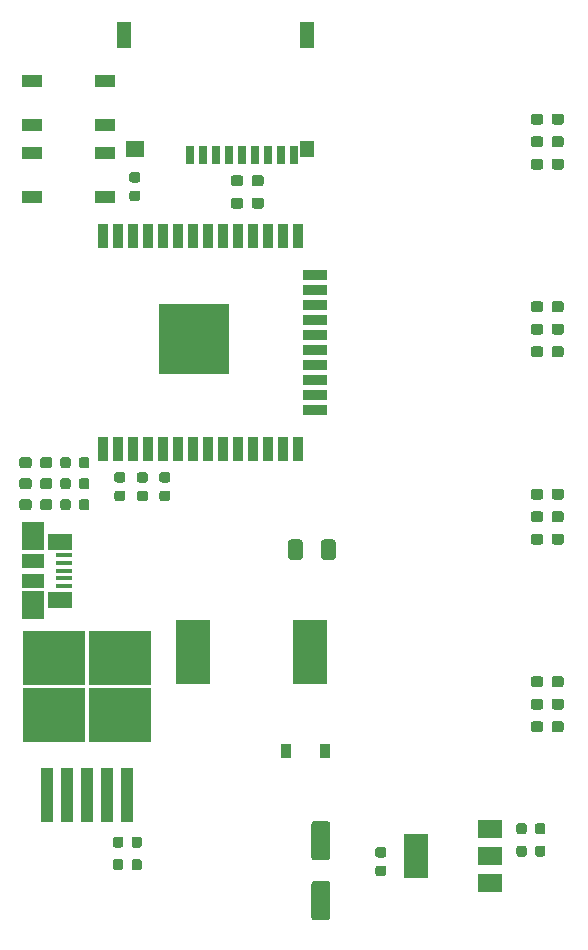
<source format=gbr>
G04 #@! TF.GenerationSoftware,KiCad,Pcbnew,5.1.6*
G04 #@! TF.CreationDate,2020-07-21T22:46:31+02:00*
G04 #@! TF.ProjectId,esp32_stepper_driver,65737033-325f-4737-9465-707065725f64,rev?*
G04 #@! TF.SameCoordinates,Original*
G04 #@! TF.FileFunction,Paste,Top*
G04 #@! TF.FilePolarity,Positive*
%FSLAX46Y46*%
G04 Gerber Fmt 4.6, Leading zero omitted, Abs format (unit mm)*
G04 Created by KiCad (PCBNEW 5.1.6) date 2020-07-21 22:46:31*
%MOMM*%
%LPD*%
G01*
G04 APERTURE LIST*
%ADD10R,0.700000X1.600000*%
%ADD11R,1.200000X1.400000*%
%ADD12R,1.600000X1.400000*%
%ADD13R,1.200000X2.200000*%
%ADD14R,5.250000X4.550000*%
%ADD15R,1.100000X4.600000*%
%ADD16R,2.000000X1.500000*%
%ADD17R,2.000000X3.800000*%
%ADD18R,1.800000X1.100000*%
%ADD19R,6.000000X6.000000*%
%ADD20R,2.000000X0.900000*%
%ADD21R,0.900000X2.000000*%
%ADD22R,2.900000X5.400000*%
%ADD23R,1.900000X1.175000*%
%ADD24R,1.900000X2.375000*%
%ADD25R,2.100000X1.475000*%
%ADD26R,1.380000X0.450000*%
%ADD27R,0.900000X1.200000*%
G04 APERTURE END LIST*
D10*
X152908000Y-84922000D03*
X151808000Y-84922000D03*
X150708000Y-84922000D03*
X154008000Y-84922000D03*
X155108000Y-84922000D03*
X156208000Y-84922000D03*
X158408000Y-84922000D03*
X157308000Y-84922000D03*
X159508000Y-84922000D03*
D11*
X160658000Y-84422000D03*
D12*
X146058000Y-84422000D03*
D13*
X160658000Y-74822000D03*
X145158000Y-74822000D03*
D14*
X144761000Y-132400000D03*
X139211000Y-127550000D03*
X139211000Y-132400000D03*
X144761000Y-127550000D03*
D15*
X145386000Y-139125000D03*
X143686000Y-139125000D03*
X141986000Y-139125000D03*
X140286000Y-139125000D03*
X138586000Y-139125000D03*
D16*
X176124000Y-146572000D03*
X176124000Y-141972000D03*
X176124000Y-144272000D03*
D17*
X169824000Y-144272000D03*
D18*
X143562000Y-88464000D03*
X137362000Y-88464000D03*
X143562000Y-84764000D03*
X137362000Y-84764000D03*
X143562000Y-82368000D03*
X137362000Y-82368000D03*
X143562000Y-78668000D03*
X137362000Y-78668000D03*
G36*
G01*
X181325000Y-85962500D02*
X181325000Y-85487500D01*
G75*
G02*
X181562500Y-85250000I237500J0D01*
G01*
X182137500Y-85250000D01*
G75*
G02*
X182375000Y-85487500I0J-237500D01*
G01*
X182375000Y-85962500D01*
G75*
G02*
X182137500Y-86200000I-237500J0D01*
G01*
X181562500Y-86200000D01*
G75*
G02*
X181325000Y-85962500I0J237500D01*
G01*
G37*
G36*
G01*
X179575000Y-85962500D02*
X179575000Y-85487500D01*
G75*
G02*
X179812500Y-85250000I237500J0D01*
G01*
X180387500Y-85250000D01*
G75*
G02*
X180625000Y-85487500I0J-237500D01*
G01*
X180625000Y-85962500D01*
G75*
G02*
X180387500Y-86200000I-237500J0D01*
G01*
X179812500Y-86200000D01*
G75*
G02*
X179575000Y-85962500I0J237500D01*
G01*
G37*
G36*
G01*
X155925000Y-87359500D02*
X155925000Y-86884500D01*
G75*
G02*
X156162500Y-86647000I237500J0D01*
G01*
X156737500Y-86647000D01*
G75*
G02*
X156975000Y-86884500I0J-237500D01*
G01*
X156975000Y-87359500D01*
G75*
G02*
X156737500Y-87597000I-237500J0D01*
G01*
X156162500Y-87597000D01*
G75*
G02*
X155925000Y-87359500I0J237500D01*
G01*
G37*
G36*
G01*
X154175000Y-87359500D02*
X154175000Y-86884500D01*
G75*
G02*
X154412500Y-86647000I237500J0D01*
G01*
X154987500Y-86647000D01*
G75*
G02*
X155225000Y-86884500I0J-237500D01*
G01*
X155225000Y-87359500D01*
G75*
G02*
X154987500Y-87597000I-237500J0D01*
G01*
X154412500Y-87597000D01*
G75*
G02*
X154175000Y-87359500I0J237500D01*
G01*
G37*
G36*
G01*
X181325000Y-84057500D02*
X181325000Y-83582500D01*
G75*
G02*
X181562500Y-83345000I237500J0D01*
G01*
X182137500Y-83345000D01*
G75*
G02*
X182375000Y-83582500I0J-237500D01*
G01*
X182375000Y-84057500D01*
G75*
G02*
X182137500Y-84295000I-237500J0D01*
G01*
X181562500Y-84295000D01*
G75*
G02*
X181325000Y-84057500I0J237500D01*
G01*
G37*
G36*
G01*
X179575000Y-84057500D02*
X179575000Y-83582500D01*
G75*
G02*
X179812500Y-83345000I237500J0D01*
G01*
X180387500Y-83345000D01*
G75*
G02*
X180625000Y-83582500I0J-237500D01*
G01*
X180625000Y-84057500D01*
G75*
G02*
X180387500Y-84295000I-237500J0D01*
G01*
X179812500Y-84295000D01*
G75*
G02*
X179575000Y-84057500I0J237500D01*
G01*
G37*
G36*
G01*
X181325000Y-101837500D02*
X181325000Y-101362500D01*
G75*
G02*
X181562500Y-101125000I237500J0D01*
G01*
X182137500Y-101125000D01*
G75*
G02*
X182375000Y-101362500I0J-237500D01*
G01*
X182375000Y-101837500D01*
G75*
G02*
X182137500Y-102075000I-237500J0D01*
G01*
X181562500Y-102075000D01*
G75*
G02*
X181325000Y-101837500I0J237500D01*
G01*
G37*
G36*
G01*
X179575000Y-101837500D02*
X179575000Y-101362500D01*
G75*
G02*
X179812500Y-101125000I237500J0D01*
G01*
X180387500Y-101125000D01*
G75*
G02*
X180625000Y-101362500I0J-237500D01*
G01*
X180625000Y-101837500D01*
G75*
G02*
X180387500Y-102075000I-237500J0D01*
G01*
X179812500Y-102075000D01*
G75*
G02*
X179575000Y-101837500I0J237500D01*
G01*
G37*
G36*
G01*
X181325000Y-98027500D02*
X181325000Y-97552500D01*
G75*
G02*
X181562500Y-97315000I237500J0D01*
G01*
X182137500Y-97315000D01*
G75*
G02*
X182375000Y-97552500I0J-237500D01*
G01*
X182375000Y-98027500D01*
G75*
G02*
X182137500Y-98265000I-237500J0D01*
G01*
X181562500Y-98265000D01*
G75*
G02*
X181325000Y-98027500I0J237500D01*
G01*
G37*
G36*
G01*
X179575000Y-98027500D02*
X179575000Y-97552500D01*
G75*
G02*
X179812500Y-97315000I237500J0D01*
G01*
X180387500Y-97315000D01*
G75*
G02*
X180625000Y-97552500I0J-237500D01*
G01*
X180625000Y-98027500D01*
G75*
G02*
X180387500Y-98265000I-237500J0D01*
G01*
X179812500Y-98265000D01*
G75*
G02*
X179575000Y-98027500I0J237500D01*
G01*
G37*
G36*
G01*
X140620000Y-114297750D02*
X140620000Y-114810250D01*
G75*
G02*
X140401250Y-115029000I-218750J0D01*
G01*
X139963750Y-115029000D01*
G75*
G02*
X139745000Y-114810250I0J218750D01*
G01*
X139745000Y-114297750D01*
G75*
G02*
X139963750Y-114079000I218750J0D01*
G01*
X140401250Y-114079000D01*
G75*
G02*
X140620000Y-114297750I0J-218750D01*
G01*
G37*
G36*
G01*
X142195000Y-114297750D02*
X142195000Y-114810250D01*
G75*
G02*
X141976250Y-115029000I-218750J0D01*
G01*
X141538750Y-115029000D01*
G75*
G02*
X141320000Y-114810250I0J218750D01*
G01*
X141320000Y-114297750D01*
G75*
G02*
X141538750Y-114079000I218750J0D01*
G01*
X141976250Y-114079000D01*
G75*
G02*
X142195000Y-114297750I0J-218750D01*
G01*
G37*
G36*
G01*
X145793750Y-87980000D02*
X146306250Y-87980000D01*
G75*
G02*
X146525000Y-88198750I0J-218750D01*
G01*
X146525000Y-88636250D01*
G75*
G02*
X146306250Y-88855000I-218750J0D01*
G01*
X145793750Y-88855000D01*
G75*
G02*
X145575000Y-88636250I0J218750D01*
G01*
X145575000Y-88198750D01*
G75*
G02*
X145793750Y-87980000I218750J0D01*
G01*
G37*
G36*
G01*
X145793750Y-86405000D02*
X146306250Y-86405000D01*
G75*
G02*
X146525000Y-86623750I0J-218750D01*
G01*
X146525000Y-87061250D01*
G75*
G02*
X146306250Y-87280000I-218750J0D01*
G01*
X145793750Y-87280000D01*
G75*
G02*
X145575000Y-87061250I0J218750D01*
G01*
X145575000Y-86623750D01*
G75*
G02*
X145793750Y-86405000I218750J0D01*
G01*
G37*
G36*
G01*
X140620000Y-112519750D02*
X140620000Y-113032250D01*
G75*
G02*
X140401250Y-113251000I-218750J0D01*
G01*
X139963750Y-113251000D01*
G75*
G02*
X139745000Y-113032250I0J218750D01*
G01*
X139745000Y-112519750D01*
G75*
G02*
X139963750Y-112301000I218750J0D01*
G01*
X140401250Y-112301000D01*
G75*
G02*
X140620000Y-112519750I0J-218750D01*
G01*
G37*
G36*
G01*
X142195000Y-112519750D02*
X142195000Y-113032250D01*
G75*
G02*
X141976250Y-113251000I-218750J0D01*
G01*
X141538750Y-113251000D01*
G75*
G02*
X141320000Y-113032250I0J218750D01*
G01*
X141320000Y-112519750D01*
G75*
G02*
X141538750Y-112301000I218750J0D01*
G01*
X141976250Y-112301000D01*
G75*
G02*
X142195000Y-112519750I0J-218750D01*
G01*
G37*
G36*
G01*
X141320000Y-111254250D02*
X141320000Y-110741750D01*
G75*
G02*
X141538750Y-110523000I218750J0D01*
G01*
X141976250Y-110523000D01*
G75*
G02*
X142195000Y-110741750I0J-218750D01*
G01*
X142195000Y-111254250D01*
G75*
G02*
X141976250Y-111473000I-218750J0D01*
G01*
X141538750Y-111473000D01*
G75*
G02*
X141320000Y-111254250I0J218750D01*
G01*
G37*
G36*
G01*
X139745000Y-111254250D02*
X139745000Y-110741750D01*
G75*
G02*
X139963750Y-110523000I218750J0D01*
G01*
X140401250Y-110523000D01*
G75*
G02*
X140620000Y-110741750I0J-218750D01*
G01*
X140620000Y-111254250D01*
G75*
G02*
X140401250Y-111473000I-218750J0D01*
G01*
X139963750Y-111473000D01*
G75*
G02*
X139745000Y-111254250I0J218750D01*
G01*
G37*
G36*
G01*
X181325000Y-133587500D02*
X181325000Y-133112500D01*
G75*
G02*
X181562500Y-132875000I237500J0D01*
G01*
X182137500Y-132875000D01*
G75*
G02*
X182375000Y-133112500I0J-237500D01*
G01*
X182375000Y-133587500D01*
G75*
G02*
X182137500Y-133825000I-237500J0D01*
G01*
X181562500Y-133825000D01*
G75*
G02*
X181325000Y-133587500I0J237500D01*
G01*
G37*
G36*
G01*
X179575000Y-133587500D02*
X179575000Y-133112500D01*
G75*
G02*
X179812500Y-132875000I237500J0D01*
G01*
X180387500Y-132875000D01*
G75*
G02*
X180625000Y-133112500I0J-237500D01*
G01*
X180625000Y-133587500D01*
G75*
G02*
X180387500Y-133825000I-237500J0D01*
G01*
X179812500Y-133825000D01*
G75*
G02*
X179575000Y-133587500I0J237500D01*
G01*
G37*
G36*
G01*
X181325000Y-131682500D02*
X181325000Y-131207500D01*
G75*
G02*
X181562500Y-130970000I237500J0D01*
G01*
X182137500Y-130970000D01*
G75*
G02*
X182375000Y-131207500I0J-237500D01*
G01*
X182375000Y-131682500D01*
G75*
G02*
X182137500Y-131920000I-237500J0D01*
G01*
X181562500Y-131920000D01*
G75*
G02*
X181325000Y-131682500I0J237500D01*
G01*
G37*
G36*
G01*
X179575000Y-131682500D02*
X179575000Y-131207500D01*
G75*
G02*
X179812500Y-130970000I237500J0D01*
G01*
X180387500Y-130970000D01*
G75*
G02*
X180625000Y-131207500I0J-237500D01*
G01*
X180625000Y-131682500D01*
G75*
G02*
X180387500Y-131920000I-237500J0D01*
G01*
X179812500Y-131920000D01*
G75*
G02*
X179575000Y-131682500I0J237500D01*
G01*
G37*
D19*
X151040000Y-100538000D03*
D20*
X161340000Y-95123000D03*
X161340000Y-96393000D03*
X161340000Y-97663000D03*
X161340000Y-98933000D03*
X161340000Y-100203000D03*
X161340000Y-101473000D03*
X161340000Y-102743000D03*
X161340000Y-104013000D03*
X161340000Y-105268000D03*
X161340000Y-106553000D03*
D21*
X144610000Y-91838000D03*
X145880000Y-91838000D03*
X147150000Y-91838000D03*
X148420000Y-91838000D03*
X149690000Y-91838000D03*
X150960000Y-91838000D03*
X152230000Y-91838000D03*
X153500000Y-91838000D03*
X154770000Y-91838000D03*
X156040000Y-91838000D03*
X157310000Y-91838000D03*
X158580000Y-91838000D03*
X159850000Y-91838000D03*
X143340000Y-91838000D03*
X159850000Y-109838000D03*
X158580000Y-109838000D03*
X157310000Y-109838000D03*
X156040000Y-109838000D03*
X154770000Y-109838000D03*
X153500000Y-109838000D03*
X152230000Y-109838000D03*
X150960000Y-109838000D03*
X149690000Y-109838000D03*
X148420000Y-109838000D03*
X147150000Y-109838000D03*
X145880000Y-109838000D03*
X144610000Y-109838000D03*
X143340000Y-109838000D03*
D22*
X160906000Y-127000000D03*
X151006000Y-127000000D03*
D23*
X137400000Y-120982000D03*
X137400000Y-119302000D03*
D24*
X137400000Y-123052000D03*
X137400000Y-117232000D03*
D25*
X139700000Y-122604500D03*
X139700000Y-117679500D03*
D26*
X140060000Y-121442000D03*
X140060000Y-120792000D03*
X140060000Y-120142000D03*
X140060000Y-119492000D03*
X140060000Y-118842000D03*
D27*
X162178000Y-135382000D03*
X158878000Y-135382000D03*
G36*
G01*
X138018000Y-114791500D02*
X138018000Y-114316500D01*
G75*
G02*
X138255500Y-114079000I237500J0D01*
G01*
X138830500Y-114079000D01*
G75*
G02*
X139068000Y-114316500I0J-237500D01*
G01*
X139068000Y-114791500D01*
G75*
G02*
X138830500Y-115029000I-237500J0D01*
G01*
X138255500Y-115029000D01*
G75*
G02*
X138018000Y-114791500I0J237500D01*
G01*
G37*
G36*
G01*
X136268000Y-114791500D02*
X136268000Y-114316500D01*
G75*
G02*
X136505500Y-114079000I237500J0D01*
G01*
X137080500Y-114079000D01*
G75*
G02*
X137318000Y-114316500I0J-237500D01*
G01*
X137318000Y-114791500D01*
G75*
G02*
X137080500Y-115029000I-237500J0D01*
G01*
X136505500Y-115029000D01*
G75*
G02*
X136268000Y-114791500I0J237500D01*
G01*
G37*
G36*
G01*
X137318000Y-112538500D02*
X137318000Y-113013500D01*
G75*
G02*
X137080500Y-113251000I-237500J0D01*
G01*
X136505500Y-113251000D01*
G75*
G02*
X136268000Y-113013500I0J237500D01*
G01*
X136268000Y-112538500D01*
G75*
G02*
X136505500Y-112301000I237500J0D01*
G01*
X137080500Y-112301000D01*
G75*
G02*
X137318000Y-112538500I0J-237500D01*
G01*
G37*
G36*
G01*
X139068000Y-112538500D02*
X139068000Y-113013500D01*
G75*
G02*
X138830500Y-113251000I-237500J0D01*
G01*
X138255500Y-113251000D01*
G75*
G02*
X138018000Y-113013500I0J237500D01*
G01*
X138018000Y-112538500D01*
G75*
G02*
X138255500Y-112301000I237500J0D01*
G01*
X138830500Y-112301000D01*
G75*
G02*
X139068000Y-112538500I0J-237500D01*
G01*
G37*
G36*
G01*
X137318000Y-110760500D02*
X137318000Y-111235500D01*
G75*
G02*
X137080500Y-111473000I-237500J0D01*
G01*
X136505500Y-111473000D01*
G75*
G02*
X136268000Y-111235500I0J237500D01*
G01*
X136268000Y-110760500D01*
G75*
G02*
X136505500Y-110523000I237500J0D01*
G01*
X137080500Y-110523000D01*
G75*
G02*
X137318000Y-110760500I0J-237500D01*
G01*
G37*
G36*
G01*
X139068000Y-110760500D02*
X139068000Y-111235500D01*
G75*
G02*
X138830500Y-111473000I-237500J0D01*
G01*
X138255500Y-111473000D01*
G75*
G02*
X138018000Y-111235500I0J237500D01*
G01*
X138018000Y-110760500D01*
G75*
G02*
X138255500Y-110523000I237500J0D01*
G01*
X138830500Y-110523000D01*
G75*
G02*
X139068000Y-110760500I0J-237500D01*
G01*
G37*
G36*
G01*
X161248000Y-146417000D02*
X162348000Y-146417000D01*
G75*
G02*
X162598000Y-146667000I0J-250000D01*
G01*
X162598000Y-149492000D01*
G75*
G02*
X162348000Y-149742000I-250000J0D01*
G01*
X161248000Y-149742000D01*
G75*
G02*
X160998000Y-149492000I0J250000D01*
G01*
X160998000Y-146667000D01*
G75*
G02*
X161248000Y-146417000I250000J0D01*
G01*
G37*
G36*
G01*
X161248000Y-141342000D02*
X162348000Y-141342000D01*
G75*
G02*
X162598000Y-141592000I0J-250000D01*
G01*
X162598000Y-144417000D01*
G75*
G02*
X162348000Y-144667000I-250000J0D01*
G01*
X161248000Y-144667000D01*
G75*
G02*
X160998000Y-144417000I0J250000D01*
G01*
X160998000Y-141592000D01*
G75*
G02*
X161248000Y-141342000I250000J0D01*
G01*
G37*
G36*
G01*
X166621750Y-145130000D02*
X167134250Y-145130000D01*
G75*
G02*
X167353000Y-145348750I0J-218750D01*
G01*
X167353000Y-145786250D01*
G75*
G02*
X167134250Y-146005000I-218750J0D01*
G01*
X166621750Y-146005000D01*
G75*
G02*
X166403000Y-145786250I0J218750D01*
G01*
X166403000Y-145348750D01*
G75*
G02*
X166621750Y-145130000I218750J0D01*
G01*
G37*
G36*
G01*
X166621750Y-143555000D02*
X167134250Y-143555000D01*
G75*
G02*
X167353000Y-143773750I0J-218750D01*
G01*
X167353000Y-144211250D01*
G75*
G02*
X167134250Y-144430000I-218750J0D01*
G01*
X166621750Y-144430000D01*
G75*
G02*
X166403000Y-144211250I0J218750D01*
G01*
X166403000Y-143773750D01*
G75*
G02*
X166621750Y-143555000I218750J0D01*
G01*
G37*
G36*
G01*
X145765000Y-145290250D02*
X145765000Y-144777750D01*
G75*
G02*
X145983750Y-144559000I218750J0D01*
G01*
X146421250Y-144559000D01*
G75*
G02*
X146640000Y-144777750I0J-218750D01*
G01*
X146640000Y-145290250D01*
G75*
G02*
X146421250Y-145509000I-218750J0D01*
G01*
X145983750Y-145509000D01*
G75*
G02*
X145765000Y-145290250I0J218750D01*
G01*
G37*
G36*
G01*
X144190000Y-145290250D02*
X144190000Y-144777750D01*
G75*
G02*
X144408750Y-144559000I218750J0D01*
G01*
X144846250Y-144559000D01*
G75*
G02*
X145065000Y-144777750I0J-218750D01*
G01*
X145065000Y-145290250D01*
G75*
G02*
X144846250Y-145509000I-218750J0D01*
G01*
X144408750Y-145509000D01*
G75*
G02*
X144190000Y-145290250I0J218750D01*
G01*
G37*
G36*
G01*
X145765000Y-143385250D02*
X145765000Y-142872750D01*
G75*
G02*
X145983750Y-142654000I218750J0D01*
G01*
X146421250Y-142654000D01*
G75*
G02*
X146640000Y-142872750I0J-218750D01*
G01*
X146640000Y-143385250D01*
G75*
G02*
X146421250Y-143604000I-218750J0D01*
G01*
X145983750Y-143604000D01*
G75*
G02*
X145765000Y-143385250I0J218750D01*
G01*
G37*
G36*
G01*
X144190000Y-143385250D02*
X144190000Y-142872750D01*
G75*
G02*
X144408750Y-142654000I218750J0D01*
G01*
X144846250Y-142654000D01*
G75*
G02*
X145065000Y-142872750I0J-218750D01*
G01*
X145065000Y-143385250D01*
G75*
G02*
X144846250Y-143604000I-218750J0D01*
G01*
X144408750Y-143604000D01*
G75*
G02*
X144190000Y-143385250I0J218750D01*
G01*
G37*
G36*
G01*
X155925000Y-89264500D02*
X155925000Y-88789500D01*
G75*
G02*
X156162500Y-88552000I237500J0D01*
G01*
X156737500Y-88552000D01*
G75*
G02*
X156975000Y-88789500I0J-237500D01*
G01*
X156975000Y-89264500D01*
G75*
G02*
X156737500Y-89502000I-237500J0D01*
G01*
X156162500Y-89502000D01*
G75*
G02*
X155925000Y-89264500I0J237500D01*
G01*
G37*
G36*
G01*
X154175000Y-89264500D02*
X154175000Y-88789500D01*
G75*
G02*
X154412500Y-88552000I237500J0D01*
G01*
X154987500Y-88552000D01*
G75*
G02*
X155225000Y-88789500I0J-237500D01*
G01*
X155225000Y-89264500D01*
G75*
G02*
X154987500Y-89502000I-237500J0D01*
G01*
X154412500Y-89502000D01*
G75*
G02*
X154175000Y-89264500I0J237500D01*
G01*
G37*
G36*
G01*
X148333750Y-113380000D02*
X148846250Y-113380000D01*
G75*
G02*
X149065000Y-113598750I0J-218750D01*
G01*
X149065000Y-114036250D01*
G75*
G02*
X148846250Y-114255000I-218750J0D01*
G01*
X148333750Y-114255000D01*
G75*
G02*
X148115000Y-114036250I0J218750D01*
G01*
X148115000Y-113598750D01*
G75*
G02*
X148333750Y-113380000I218750J0D01*
G01*
G37*
G36*
G01*
X148333750Y-111805000D02*
X148846250Y-111805000D01*
G75*
G02*
X149065000Y-112023750I0J-218750D01*
G01*
X149065000Y-112461250D01*
G75*
G02*
X148846250Y-112680000I-218750J0D01*
G01*
X148333750Y-112680000D01*
G75*
G02*
X148115000Y-112461250I0J218750D01*
G01*
X148115000Y-112023750D01*
G75*
G02*
X148333750Y-111805000I218750J0D01*
G01*
G37*
G36*
G01*
X146428750Y-113380000D02*
X146941250Y-113380000D01*
G75*
G02*
X147160000Y-113598750I0J-218750D01*
G01*
X147160000Y-114036250D01*
G75*
G02*
X146941250Y-114255000I-218750J0D01*
G01*
X146428750Y-114255000D01*
G75*
G02*
X146210000Y-114036250I0J218750D01*
G01*
X146210000Y-113598750D01*
G75*
G02*
X146428750Y-113380000I218750J0D01*
G01*
G37*
G36*
G01*
X146428750Y-111805000D02*
X146941250Y-111805000D01*
G75*
G02*
X147160000Y-112023750I0J-218750D01*
G01*
X147160000Y-112461250D01*
G75*
G02*
X146941250Y-112680000I-218750J0D01*
G01*
X146428750Y-112680000D01*
G75*
G02*
X146210000Y-112461250I0J218750D01*
G01*
X146210000Y-112023750D01*
G75*
G02*
X146428750Y-111805000I218750J0D01*
G01*
G37*
G36*
G01*
X144523750Y-113380000D02*
X145036250Y-113380000D01*
G75*
G02*
X145255000Y-113598750I0J-218750D01*
G01*
X145255000Y-114036250D01*
G75*
G02*
X145036250Y-114255000I-218750J0D01*
G01*
X144523750Y-114255000D01*
G75*
G02*
X144305000Y-114036250I0J218750D01*
G01*
X144305000Y-113598750D01*
G75*
G02*
X144523750Y-113380000I218750J0D01*
G01*
G37*
G36*
G01*
X144523750Y-111805000D02*
X145036250Y-111805000D01*
G75*
G02*
X145255000Y-112023750I0J-218750D01*
G01*
X145255000Y-112461250D01*
G75*
G02*
X145036250Y-112680000I-218750J0D01*
G01*
X144523750Y-112680000D01*
G75*
G02*
X144305000Y-112461250I0J218750D01*
G01*
X144305000Y-112023750D01*
G75*
G02*
X144523750Y-111805000I218750J0D01*
G01*
G37*
G36*
G01*
X161811000Y-118989000D02*
X161811000Y-117739000D01*
G75*
G02*
X162061000Y-117489000I250000J0D01*
G01*
X162811000Y-117489000D01*
G75*
G02*
X163061000Y-117739000I0J-250000D01*
G01*
X163061000Y-118989000D01*
G75*
G02*
X162811000Y-119239000I-250000J0D01*
G01*
X162061000Y-119239000D01*
G75*
G02*
X161811000Y-118989000I0J250000D01*
G01*
G37*
G36*
G01*
X159011000Y-118989000D02*
X159011000Y-117739000D01*
G75*
G02*
X159261000Y-117489000I250000J0D01*
G01*
X160011000Y-117489000D01*
G75*
G02*
X160261000Y-117739000I0J-250000D01*
G01*
X160261000Y-118989000D01*
G75*
G02*
X160011000Y-119239000I-250000J0D01*
G01*
X159261000Y-119239000D01*
G75*
G02*
X159011000Y-118989000I0J250000D01*
G01*
G37*
G36*
G01*
X179928000Y-144147250D02*
X179928000Y-143634750D01*
G75*
G02*
X180146750Y-143416000I218750J0D01*
G01*
X180584250Y-143416000D01*
G75*
G02*
X180803000Y-143634750I0J-218750D01*
G01*
X180803000Y-144147250D01*
G75*
G02*
X180584250Y-144366000I-218750J0D01*
G01*
X180146750Y-144366000D01*
G75*
G02*
X179928000Y-144147250I0J218750D01*
G01*
G37*
G36*
G01*
X178353000Y-144147250D02*
X178353000Y-143634750D01*
G75*
G02*
X178571750Y-143416000I218750J0D01*
G01*
X179009250Y-143416000D01*
G75*
G02*
X179228000Y-143634750I0J-218750D01*
G01*
X179228000Y-144147250D01*
G75*
G02*
X179009250Y-144366000I-218750J0D01*
G01*
X178571750Y-144366000D01*
G75*
G02*
X178353000Y-144147250I0J218750D01*
G01*
G37*
G36*
G01*
X179928000Y-142242250D02*
X179928000Y-141729750D01*
G75*
G02*
X180146750Y-141511000I218750J0D01*
G01*
X180584250Y-141511000D01*
G75*
G02*
X180803000Y-141729750I0J-218750D01*
G01*
X180803000Y-142242250D01*
G75*
G02*
X180584250Y-142461000I-218750J0D01*
G01*
X180146750Y-142461000D01*
G75*
G02*
X179928000Y-142242250I0J218750D01*
G01*
G37*
G36*
G01*
X178353000Y-142242250D02*
X178353000Y-141729750D01*
G75*
G02*
X178571750Y-141511000I218750J0D01*
G01*
X179009250Y-141511000D01*
G75*
G02*
X179228000Y-141729750I0J-218750D01*
G01*
X179228000Y-142242250D01*
G75*
G02*
X179009250Y-142461000I-218750J0D01*
G01*
X178571750Y-142461000D01*
G75*
G02*
X178353000Y-142242250I0J218750D01*
G01*
G37*
G36*
G01*
X179575000Y-117712500D02*
X179575000Y-117237500D01*
G75*
G02*
X179812500Y-117000000I237500J0D01*
G01*
X180387500Y-117000000D01*
G75*
G02*
X180625000Y-117237500I0J-237500D01*
G01*
X180625000Y-117712500D01*
G75*
G02*
X180387500Y-117950000I-237500J0D01*
G01*
X179812500Y-117950000D01*
G75*
G02*
X179575000Y-117712500I0J237500D01*
G01*
G37*
G36*
G01*
X181325000Y-117712500D02*
X181325000Y-117237500D01*
G75*
G02*
X181562500Y-117000000I237500J0D01*
G01*
X182137500Y-117000000D01*
G75*
G02*
X182375000Y-117237500I0J-237500D01*
G01*
X182375000Y-117712500D01*
G75*
G02*
X182137500Y-117950000I-237500J0D01*
G01*
X181562500Y-117950000D01*
G75*
G02*
X181325000Y-117712500I0J237500D01*
G01*
G37*
G36*
G01*
X181325000Y-82152500D02*
X181325000Y-81677500D01*
G75*
G02*
X181562500Y-81440000I237500J0D01*
G01*
X182137500Y-81440000D01*
G75*
G02*
X182375000Y-81677500I0J-237500D01*
G01*
X182375000Y-82152500D01*
G75*
G02*
X182137500Y-82390000I-237500J0D01*
G01*
X181562500Y-82390000D01*
G75*
G02*
X181325000Y-82152500I0J237500D01*
G01*
G37*
G36*
G01*
X179575000Y-82152500D02*
X179575000Y-81677500D01*
G75*
G02*
X179812500Y-81440000I237500J0D01*
G01*
X180387500Y-81440000D01*
G75*
G02*
X180625000Y-81677500I0J-237500D01*
G01*
X180625000Y-82152500D01*
G75*
G02*
X180387500Y-82390000I-237500J0D01*
G01*
X179812500Y-82390000D01*
G75*
G02*
X179575000Y-82152500I0J237500D01*
G01*
G37*
G36*
G01*
X181325000Y-115807500D02*
X181325000Y-115332500D01*
G75*
G02*
X181562500Y-115095000I237500J0D01*
G01*
X182137500Y-115095000D01*
G75*
G02*
X182375000Y-115332500I0J-237500D01*
G01*
X182375000Y-115807500D01*
G75*
G02*
X182137500Y-116045000I-237500J0D01*
G01*
X181562500Y-116045000D01*
G75*
G02*
X181325000Y-115807500I0J237500D01*
G01*
G37*
G36*
G01*
X179575000Y-115807500D02*
X179575000Y-115332500D01*
G75*
G02*
X179812500Y-115095000I237500J0D01*
G01*
X180387500Y-115095000D01*
G75*
G02*
X180625000Y-115332500I0J-237500D01*
G01*
X180625000Y-115807500D01*
G75*
G02*
X180387500Y-116045000I-237500J0D01*
G01*
X179812500Y-116045000D01*
G75*
G02*
X179575000Y-115807500I0J237500D01*
G01*
G37*
G36*
G01*
X179575000Y-113902500D02*
X179575000Y-113427500D01*
G75*
G02*
X179812500Y-113190000I237500J0D01*
G01*
X180387500Y-113190000D01*
G75*
G02*
X180625000Y-113427500I0J-237500D01*
G01*
X180625000Y-113902500D01*
G75*
G02*
X180387500Y-114140000I-237500J0D01*
G01*
X179812500Y-114140000D01*
G75*
G02*
X179575000Y-113902500I0J237500D01*
G01*
G37*
G36*
G01*
X181325000Y-113902500D02*
X181325000Y-113427500D01*
G75*
G02*
X181562500Y-113190000I237500J0D01*
G01*
X182137500Y-113190000D01*
G75*
G02*
X182375000Y-113427500I0J-237500D01*
G01*
X182375000Y-113902500D01*
G75*
G02*
X182137500Y-114140000I-237500J0D01*
G01*
X181562500Y-114140000D01*
G75*
G02*
X181325000Y-113902500I0J237500D01*
G01*
G37*
G36*
G01*
X181325000Y-129777500D02*
X181325000Y-129302500D01*
G75*
G02*
X181562500Y-129065000I237500J0D01*
G01*
X182137500Y-129065000D01*
G75*
G02*
X182375000Y-129302500I0J-237500D01*
G01*
X182375000Y-129777500D01*
G75*
G02*
X182137500Y-130015000I-237500J0D01*
G01*
X181562500Y-130015000D01*
G75*
G02*
X181325000Y-129777500I0J237500D01*
G01*
G37*
G36*
G01*
X179575000Y-129777500D02*
X179575000Y-129302500D01*
G75*
G02*
X179812500Y-129065000I237500J0D01*
G01*
X180387500Y-129065000D01*
G75*
G02*
X180625000Y-129302500I0J-237500D01*
G01*
X180625000Y-129777500D01*
G75*
G02*
X180387500Y-130015000I-237500J0D01*
G01*
X179812500Y-130015000D01*
G75*
G02*
X179575000Y-129777500I0J237500D01*
G01*
G37*
G36*
G01*
X181325000Y-99932500D02*
X181325000Y-99457500D01*
G75*
G02*
X181562500Y-99220000I237500J0D01*
G01*
X182137500Y-99220000D01*
G75*
G02*
X182375000Y-99457500I0J-237500D01*
G01*
X182375000Y-99932500D01*
G75*
G02*
X182137500Y-100170000I-237500J0D01*
G01*
X181562500Y-100170000D01*
G75*
G02*
X181325000Y-99932500I0J237500D01*
G01*
G37*
G36*
G01*
X179575000Y-99932500D02*
X179575000Y-99457500D01*
G75*
G02*
X179812500Y-99220000I237500J0D01*
G01*
X180387500Y-99220000D01*
G75*
G02*
X180625000Y-99457500I0J-237500D01*
G01*
X180625000Y-99932500D01*
G75*
G02*
X180387500Y-100170000I-237500J0D01*
G01*
X179812500Y-100170000D01*
G75*
G02*
X179575000Y-99932500I0J237500D01*
G01*
G37*
M02*

</source>
